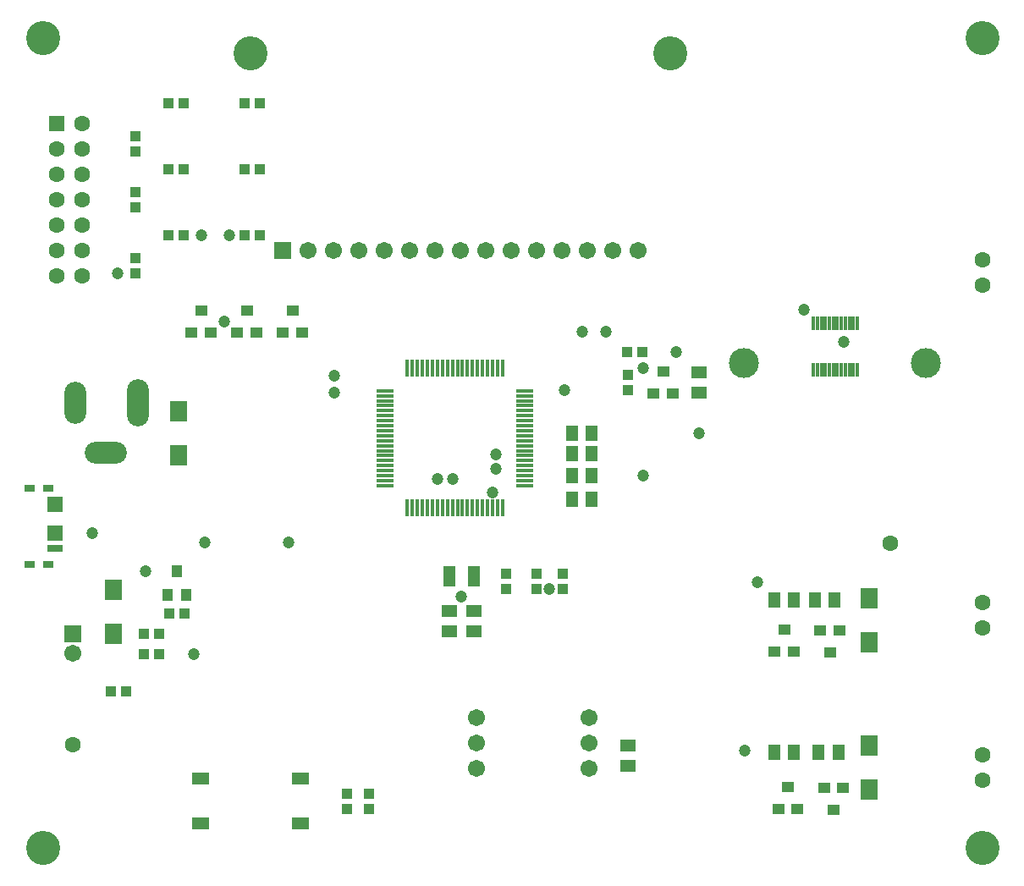
<source format=gts>
%FSLAX25Y25*%
%MOIN*%
G70*
G01*
G75*
G04 Layer_Color=8388736*
%ADD10R,0.05906X0.00984*%
%ADD11R,0.03500X0.03500*%
%ADD12R,0.03937X0.03150*%
%ADD13R,0.05118X0.03937*%
%ADD14R,0.05906X0.03937*%
%ADD15R,0.03937X0.07087*%
%ADD16R,0.03500X0.03500*%
%ADD17R,0.03937X0.05118*%
%ADD18R,0.05906X0.07087*%
%ADD19R,0.03543X0.03740*%
%ADD20R,0.03543X0.03740*%
%ADD21R,0.00984X0.05906*%
%ADD22R,0.00787X0.04724*%
%ADD23R,0.03150X0.02362*%
%ADD24R,0.05512X0.01969*%
%ADD25R,0.05512X0.05512*%
%ADD26C,0.01969*%
%ADD27C,0.01181*%
%ADD28C,0.03937*%
%ADD29C,0.00787*%
%ADD30C,0.01000*%
%ADD31C,0.05512*%
%ADD32R,0.05512X0.05512*%
%ADD33R,0.05906X0.05906*%
%ADD34C,0.05906*%
%ADD35C,0.05512*%
%ADD36C,0.11024*%
%ADD37C,0.12598*%
%ADD38R,0.05906X0.05906*%
%ADD39O,0.07874X0.15748*%
%ADD40C,0.05906*%
%ADD41O,0.15748X0.07874*%
%ADD42O,0.07874X0.17716*%
%ADD43C,0.03937*%
%ADD44C,0.00591*%
%ADD45C,0.00984*%
%ADD46C,0.00600*%
%ADD47C,0.00598*%
%ADD48C,0.00591*%
%ADD49C,0.00394*%
%ADD50R,0.06000X0.01811*%
%ADD51R,0.02000X0.02500*%
%ADD52R,0.04000X0.02811*%
%ADD53R,0.06706X0.01784*%
%ADD54R,0.04300X0.04300*%
%ADD55R,0.04737X0.03950*%
%ADD56R,0.05918X0.04737*%
%ADD57R,0.06706X0.04737*%
%ADD58R,0.04737X0.07887*%
%ADD59R,0.04300X0.04300*%
%ADD60R,0.04737X0.05918*%
%ADD61R,0.06706X0.07887*%
%ADD62R,0.04343X0.04540*%
%ADD63R,0.04343X0.04540*%
%ADD64R,0.01784X0.06706*%
%ADD65R,0.01587X0.05524*%
%ADD66R,0.03950X0.03162*%
%ADD67R,0.06312X0.02769*%
%ADD68R,0.06312X0.06312*%
%ADD69C,0.06312*%
%ADD70R,0.06312X0.06312*%
%ADD71R,0.06706X0.06706*%
%ADD72C,0.06706*%
%ADD73C,0.06312*%
%ADD74C,0.11824*%
%ADD75C,0.13398*%
%ADD76R,0.06706X0.06706*%
%ADD77O,0.08674X0.16548*%
%ADD78C,0.06706*%
%ADD79O,0.16548X0.08674*%
%ADD80O,0.08674X0.18517*%
%ADD81C,0.04737*%
D53*
X142441Y-168339D02*
D03*
Y-184087D02*
D03*
Y-182118D02*
D03*
Y-170307D02*
D03*
Y-150622D02*
D03*
Y-180150D02*
D03*
Y-160465D02*
D03*
Y-176213D02*
D03*
Y-174244D02*
D03*
Y-178181D02*
D03*
Y-156528D02*
D03*
Y-154559D02*
D03*
Y-158496D02*
D03*
Y-172276D02*
D03*
Y-166370D02*
D03*
Y-164402D02*
D03*
Y-162433D02*
D03*
Y-152591D02*
D03*
Y-148654D02*
D03*
Y-146685D02*
D03*
X197559Y-146685D02*
D03*
Y-148654D02*
D03*
Y-150622D02*
D03*
Y-152591D02*
D03*
Y-154559D02*
D03*
Y-156528D02*
D03*
Y-158496D02*
D03*
Y-160465D02*
D03*
Y-162433D02*
D03*
Y-164402D02*
D03*
Y-166370D02*
D03*
Y-168339D02*
D03*
Y-170307D02*
D03*
Y-172276D02*
D03*
Y-174244D02*
D03*
Y-176213D02*
D03*
Y-178181D02*
D03*
Y-180150D02*
D03*
Y-182118D02*
D03*
Y-184087D02*
D03*
D54*
X57000Y-85386D02*
D03*
X63000D02*
D03*
X57000Y-59386D02*
D03*
X63000D02*
D03*
X57000Y-33386D02*
D03*
X63000D02*
D03*
X237819Y-131386D02*
D03*
X243819D02*
D03*
X47500Y-250386D02*
D03*
X53500D02*
D03*
X47500Y-242386D02*
D03*
X53500D02*
D03*
X57524Y-234386D02*
D03*
X63524D02*
D03*
X93000Y-33386D02*
D03*
X87000D02*
D03*
X93000Y-59386D02*
D03*
X87000D02*
D03*
X93000Y-85386D02*
D03*
X87000D02*
D03*
X34500Y-265000D02*
D03*
X40500D02*
D03*
D55*
X317685Y-249886D02*
D03*
X313945Y-241224D02*
D03*
X319185Y-311886D02*
D03*
X88000Y-115055D02*
D03*
X84260Y-123716D02*
D03*
X91740D02*
D03*
X70000Y-115055D02*
D03*
X66260Y-123716D02*
D03*
X299685Y-240831D02*
D03*
X303425Y-249492D02*
D03*
X301185Y-302831D02*
D03*
X304925Y-311492D02*
D03*
X255740Y-147716D02*
D03*
X248260D02*
D03*
X252000Y-139055D02*
D03*
X73740Y-123716D02*
D03*
X102260D02*
D03*
X106000Y-115055D02*
D03*
X109740Y-123716D02*
D03*
X322925Y-303224D02*
D03*
X315445D02*
D03*
X321425Y-241224D02*
D03*
X297445Y-311492D02*
D03*
X295945Y-249492D02*
D03*
D56*
X177528Y-241323D02*
D03*
Y-233449D02*
D03*
X167685Y-241323D02*
D03*
Y-233449D02*
D03*
X238000Y-286449D02*
D03*
Y-294323D02*
D03*
X266000Y-147323D02*
D03*
Y-139449D02*
D03*
D57*
X109185Y-317244D02*
D03*
Y-299528D02*
D03*
X69815Y-317244D02*
D03*
Y-299528D02*
D03*
D58*
X177528Y-219886D02*
D03*
X167685D02*
D03*
D59*
X127500Y-311386D02*
D03*
Y-305386D02*
D03*
X202000Y-224886D02*
D03*
X190000Y-218886D02*
D03*
Y-224886D02*
D03*
X212362D02*
D03*
X238000Y-146386D02*
D03*
Y-140386D02*
D03*
X212362Y-218886D02*
D03*
X202000D02*
D03*
X44000Y-94386D02*
D03*
Y-100386D02*
D03*
Y-68386D02*
D03*
Y-74386D02*
D03*
Y-46386D02*
D03*
Y-52386D02*
D03*
X136000Y-305386D02*
D03*
Y-311386D02*
D03*
D60*
X223937Y-189386D02*
D03*
X216063D02*
D03*
Y-180150D02*
D03*
X223937D02*
D03*
X216063Y-171386D02*
D03*
X223937D02*
D03*
X216063Y-163386D02*
D03*
X223937D02*
D03*
X295748Y-229161D02*
D03*
X303622D02*
D03*
X295673Y-289161D02*
D03*
X311748Y-229161D02*
D03*
X319622D02*
D03*
X321122Y-289161D02*
D03*
X313248D02*
D03*
X303547D02*
D03*
D61*
X35500Y-242449D02*
D03*
X61000Y-154724D02*
D03*
X333185Y-228500D02*
D03*
Y-245823D02*
D03*
Y-286500D02*
D03*
Y-303823D02*
D03*
X61000Y-172047D02*
D03*
X35500Y-225126D02*
D03*
D62*
X64240Y-227012D02*
D03*
D63*
X56760Y-227012D02*
D03*
X60500Y-217760D02*
D03*
D64*
X151299Y-192945D02*
D03*
X153268D02*
D03*
X155236D02*
D03*
X157205D02*
D03*
X159173D02*
D03*
X161142D02*
D03*
X163110D02*
D03*
X165079D02*
D03*
X167047D02*
D03*
X169016D02*
D03*
X170984D02*
D03*
X172953D02*
D03*
X174921D02*
D03*
X176890D02*
D03*
X178858D02*
D03*
X180827D02*
D03*
X182795D02*
D03*
X184764D02*
D03*
X151299Y-137827D02*
D03*
X153268D02*
D03*
X155236D02*
D03*
X157205D02*
D03*
X159173D02*
D03*
X161142D02*
D03*
X163110D02*
D03*
X165079D02*
D03*
X167047D02*
D03*
X169016D02*
D03*
X170984D02*
D03*
X172953D02*
D03*
X174921D02*
D03*
X176890D02*
D03*
X178858D02*
D03*
X180827D02*
D03*
X182795D02*
D03*
X184764D02*
D03*
X186732D02*
D03*
X188701D02*
D03*
X186732Y-192945D02*
D03*
X188701D02*
D03*
D65*
X311186Y-138341D02*
D03*
X312761D02*
D03*
X314336D02*
D03*
X315911D02*
D03*
X317485D02*
D03*
X320635D02*
D03*
X323785D02*
D03*
X325360D02*
D03*
X326934D02*
D03*
X328509D02*
D03*
X326934Y-120231D02*
D03*
X325360D02*
D03*
X323785D02*
D03*
X319060D02*
D03*
X317485D02*
D03*
X315911D02*
D03*
X314336D02*
D03*
X312761D02*
D03*
X311186D02*
D03*
X322210Y-138341D02*
D03*
X319060D02*
D03*
X328509Y-120231D02*
D03*
X322210D02*
D03*
X320635D02*
D03*
D66*
X2394Y-185039D02*
D03*
X9874D02*
D03*
X2394Y-214961D02*
D03*
X9874D02*
D03*
D67*
X12630Y-208661D02*
D03*
D68*
Y-202756D02*
D03*
Y-191339D02*
D03*
D69*
X13000Y-101436D02*
D03*
Y-91436D02*
D03*
X23000Y-51436D02*
D03*
X13000D02*
D03*
X23000Y-71436D02*
D03*
Y-41436D02*
D03*
X13000Y-71436D02*
D03*
Y-81436D02*
D03*
X23000D02*
D03*
Y-61436D02*
D03*
X13000D02*
D03*
X23000Y-91436D02*
D03*
Y-101436D02*
D03*
D70*
X13000Y-41336D02*
D03*
D71*
X19500Y-242386D02*
D03*
D72*
Y-250260D02*
D03*
X202000Y-91386D02*
D03*
X152000D02*
D03*
X112000D02*
D03*
X122000D02*
D03*
X132000D02*
D03*
X142000D02*
D03*
X162000D02*
D03*
X172000D02*
D03*
X182000D02*
D03*
X192000D02*
D03*
X212000D02*
D03*
X222000D02*
D03*
X232000D02*
D03*
X242000D02*
D03*
X222807Y-295394D02*
D03*
X178516Y-275394D02*
D03*
X222807Y-285394D02*
D03*
Y-275394D02*
D03*
X178516Y-285394D02*
D03*
Y-295394D02*
D03*
D73*
X377953Y-240000D02*
D03*
Y-230000D02*
D03*
Y-300000D02*
D03*
Y-290000D02*
D03*
Y-105000D02*
D03*
Y-95000D02*
D03*
X19500Y-286000D02*
D03*
X341500Y-206886D02*
D03*
D74*
X283824Y-135782D02*
D03*
X355576D02*
D03*
D75*
X254689Y-13697D02*
D03*
X89311D02*
D03*
X7874Y-326772D02*
D03*
X377953D02*
D03*
Y-7874D02*
D03*
X7874D02*
D03*
D76*
X102000Y-91386D02*
D03*
D77*
X20591Y-151386D02*
D03*
D78*
Y-147449D02*
D03*
Y-155323D02*
D03*
X28465Y-171071D02*
D03*
X36339D02*
D03*
X45000Y-146465D02*
D03*
Y-156307D02*
D03*
D79*
X32402Y-171071D02*
D03*
D80*
X45000Y-151386D02*
D03*
D81*
X266000Y-163500D02*
D03*
X289000Y-222000D02*
D03*
X104500Y-206500D02*
D03*
X284000Y-288500D02*
D03*
X207000Y-224886D02*
D03*
X307500Y-114886D02*
D03*
X70000Y-85386D02*
D03*
X81000D02*
D03*
X122500Y-140886D02*
D03*
Y-147386D02*
D03*
X169000Y-181386D02*
D03*
X163000D02*
D03*
X37000Y-100386D02*
D03*
X79000Y-119386D02*
D03*
X71500Y-206500D02*
D03*
X186000Y-171886D02*
D03*
Y-177386D02*
D03*
X220000Y-123386D02*
D03*
X229500D02*
D03*
X257000Y-131386D02*
D03*
X184764Y-186870D02*
D03*
X213000Y-146386D02*
D03*
X244264Y-180150D02*
D03*
X172500Y-227886D02*
D03*
X244264Y-137650D02*
D03*
X323000Y-127386D02*
D03*
X27000Y-202756D02*
D03*
X48000Y-217760D02*
D03*
X67000Y-250386D02*
D03*
M02*

</source>
